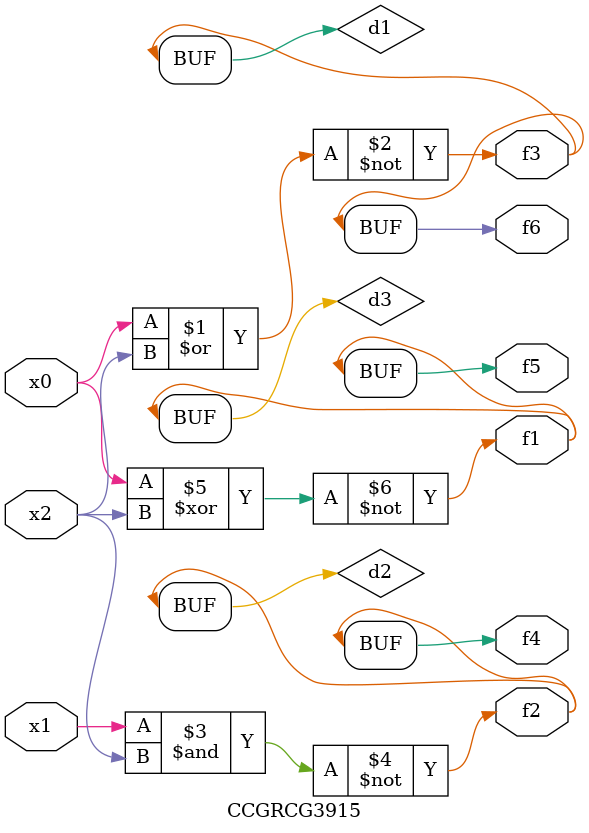
<source format=v>
module CCGRCG3915(
	input x0, x1, x2,
	output f1, f2, f3, f4, f5, f6
);

	wire d1, d2, d3;

	nor (d1, x0, x2);
	nand (d2, x1, x2);
	xnor (d3, x0, x2);
	assign f1 = d3;
	assign f2 = d2;
	assign f3 = d1;
	assign f4 = d2;
	assign f5 = d3;
	assign f6 = d1;
endmodule

</source>
